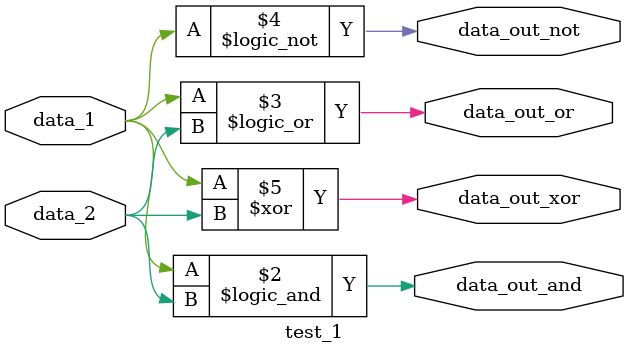
<source format=v>
`timescale 1us / 1ns


module test_1(data_1,
data_2,
data_out_and,
data_out_or,
data_out_not,
data_out_xor);

input data_1,data_2;
output reg data_out_and,data_out_or,data_out_not,data_out_xor;

always @ (*)
begin
data_out_and = (data_1 && data_2);
data_out_or = (data_1 || data_2);
data_out_not= !data_1;
data_out_xor = (data_1 ^ data_2);
end
endmodule

</source>
